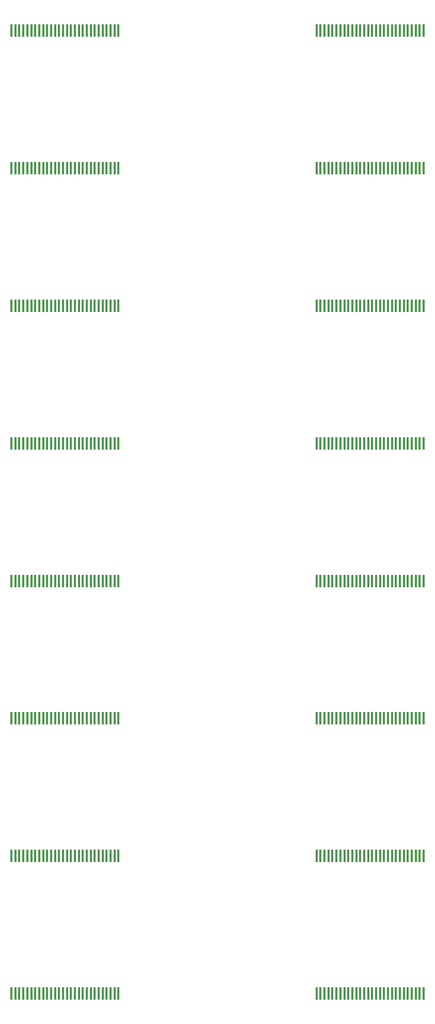
<source format=gbp>
G04 EAGLE Gerber RS-274X export*
G75*
%MOMM*%
%FSLAX34Y34*%
%LPD*%
%INSolderpaste Bottom*%
%IPPOS*%
%AMOC8*
5,1,8,0,0,1.08239X$1,22.5*%
G01*
%ADD10R,0.350000X2.000000*%


D10*
X335250Y97000D03*
X328750Y97000D03*
X322250Y97000D03*
X315750Y97000D03*
X309250Y97000D03*
X302750Y97000D03*
X296250Y97000D03*
X289750Y97000D03*
X283250Y97000D03*
X276750Y97000D03*
X270250Y97000D03*
X263750Y97000D03*
X257250Y97000D03*
X250750Y97000D03*
X244250Y97000D03*
X237750Y97000D03*
X231250Y97000D03*
X224750Y97000D03*
X218250Y97000D03*
X211750Y97000D03*
X205250Y97000D03*
X198750Y97000D03*
X192250Y97000D03*
X185750Y97000D03*
X179250Y97000D03*
X172750Y97000D03*
X166250Y97000D03*
X159750Y97000D03*
X835325Y97000D03*
X828825Y97000D03*
X822325Y97000D03*
X815825Y97000D03*
X809325Y97000D03*
X802825Y97000D03*
X796325Y97000D03*
X789825Y97000D03*
X783325Y97000D03*
X776825Y97000D03*
X770325Y97000D03*
X763825Y97000D03*
X757325Y97000D03*
X750825Y97000D03*
X744325Y97000D03*
X737825Y97000D03*
X731325Y97000D03*
X724825Y97000D03*
X718325Y97000D03*
X711825Y97000D03*
X705325Y97000D03*
X698825Y97000D03*
X692325Y97000D03*
X685825Y97000D03*
X679325Y97000D03*
X672825Y97000D03*
X666325Y97000D03*
X659825Y97000D03*
X335250Y322069D03*
X328750Y322069D03*
X322250Y322069D03*
X315750Y322069D03*
X309250Y322069D03*
X302750Y322069D03*
X296250Y322069D03*
X289750Y322069D03*
X283250Y322069D03*
X276750Y322069D03*
X270250Y322069D03*
X263750Y322069D03*
X257250Y322069D03*
X250750Y322069D03*
X244250Y322069D03*
X237750Y322069D03*
X231250Y322069D03*
X224750Y322069D03*
X218250Y322069D03*
X211750Y322069D03*
X205250Y322069D03*
X198750Y322069D03*
X192250Y322069D03*
X185750Y322069D03*
X179250Y322069D03*
X172750Y322069D03*
X166250Y322069D03*
X159750Y322069D03*
X835325Y322069D03*
X828825Y322069D03*
X822325Y322069D03*
X815825Y322069D03*
X809325Y322069D03*
X802825Y322069D03*
X796325Y322069D03*
X789825Y322069D03*
X783325Y322069D03*
X776825Y322069D03*
X770325Y322069D03*
X763825Y322069D03*
X757325Y322069D03*
X750825Y322069D03*
X744325Y322069D03*
X737825Y322069D03*
X731325Y322069D03*
X724825Y322069D03*
X718325Y322069D03*
X711825Y322069D03*
X705325Y322069D03*
X698825Y322069D03*
X692325Y322069D03*
X685825Y322069D03*
X679325Y322069D03*
X672825Y322069D03*
X666325Y322069D03*
X659825Y322069D03*
X335250Y547164D03*
X328750Y547164D03*
X322250Y547164D03*
X315750Y547164D03*
X309250Y547164D03*
X302750Y547164D03*
X296250Y547164D03*
X289750Y547164D03*
X283250Y547164D03*
X276750Y547164D03*
X270250Y547164D03*
X263750Y547164D03*
X257250Y547164D03*
X250750Y547164D03*
X244250Y547164D03*
X237750Y547164D03*
X231250Y547164D03*
X224750Y547164D03*
X218250Y547164D03*
X211750Y547164D03*
X205250Y547164D03*
X198750Y547164D03*
X192250Y547164D03*
X185750Y547164D03*
X179250Y547164D03*
X172750Y547164D03*
X166250Y547164D03*
X159750Y547164D03*
X835325Y547164D03*
X828825Y547164D03*
X822325Y547164D03*
X815825Y547164D03*
X809325Y547164D03*
X802825Y547164D03*
X796325Y547164D03*
X789825Y547164D03*
X783325Y547164D03*
X776825Y547164D03*
X770325Y547164D03*
X763825Y547164D03*
X757325Y547164D03*
X750825Y547164D03*
X744325Y547164D03*
X737825Y547164D03*
X731325Y547164D03*
X724825Y547164D03*
X718325Y547164D03*
X711825Y547164D03*
X705325Y547164D03*
X698825Y547164D03*
X692325Y547164D03*
X685825Y547164D03*
X679325Y547164D03*
X672825Y547164D03*
X666325Y547164D03*
X659825Y547164D03*
X335250Y772234D03*
X328750Y772234D03*
X322250Y772234D03*
X315750Y772234D03*
X309250Y772234D03*
X302750Y772234D03*
X296250Y772234D03*
X289750Y772234D03*
X283250Y772234D03*
X276750Y772234D03*
X270250Y772234D03*
X263750Y772234D03*
X257250Y772234D03*
X250750Y772234D03*
X244250Y772234D03*
X237750Y772234D03*
X231250Y772234D03*
X224750Y772234D03*
X218250Y772234D03*
X211750Y772234D03*
X205250Y772234D03*
X198750Y772234D03*
X192250Y772234D03*
X185750Y772234D03*
X179250Y772234D03*
X172750Y772234D03*
X166250Y772234D03*
X159750Y772234D03*
X835325Y772234D03*
X828825Y772234D03*
X822325Y772234D03*
X815825Y772234D03*
X809325Y772234D03*
X802825Y772234D03*
X796325Y772234D03*
X789825Y772234D03*
X783325Y772234D03*
X776825Y772234D03*
X770325Y772234D03*
X763825Y772234D03*
X757325Y772234D03*
X750825Y772234D03*
X744325Y772234D03*
X737825Y772234D03*
X731325Y772234D03*
X724825Y772234D03*
X718325Y772234D03*
X711825Y772234D03*
X705325Y772234D03*
X698825Y772234D03*
X692325Y772234D03*
X685825Y772234D03*
X679325Y772234D03*
X672825Y772234D03*
X666325Y772234D03*
X659825Y772234D03*
X335250Y997328D03*
X328750Y997328D03*
X322250Y997328D03*
X315750Y997328D03*
X309250Y997328D03*
X302750Y997328D03*
X296250Y997328D03*
X289750Y997328D03*
X283250Y997328D03*
X276750Y997328D03*
X270250Y997328D03*
X263750Y997328D03*
X257250Y997328D03*
X250750Y997328D03*
X244250Y997328D03*
X237750Y997328D03*
X231250Y997328D03*
X224750Y997328D03*
X218250Y997328D03*
X211750Y997328D03*
X205250Y997328D03*
X198750Y997328D03*
X192250Y997328D03*
X185750Y997328D03*
X179250Y997328D03*
X172750Y997328D03*
X166250Y997328D03*
X159750Y997328D03*
X835325Y997328D03*
X828825Y997328D03*
X822325Y997328D03*
X815825Y997328D03*
X809325Y997328D03*
X802825Y997328D03*
X796325Y997328D03*
X789825Y997328D03*
X783325Y997328D03*
X776825Y997328D03*
X770325Y997328D03*
X763825Y997328D03*
X757325Y997328D03*
X750825Y997328D03*
X744325Y997328D03*
X737825Y997328D03*
X731325Y997328D03*
X724825Y997328D03*
X718325Y997328D03*
X711825Y997328D03*
X705325Y997328D03*
X698825Y997328D03*
X692325Y997328D03*
X685825Y997328D03*
X679325Y997328D03*
X672825Y997328D03*
X666325Y997328D03*
X659825Y997328D03*
X335250Y1222398D03*
X328750Y1222398D03*
X322250Y1222398D03*
X315750Y1222398D03*
X309250Y1222398D03*
X302750Y1222398D03*
X296250Y1222398D03*
X289750Y1222398D03*
X283250Y1222398D03*
X276750Y1222398D03*
X270250Y1222398D03*
X263750Y1222398D03*
X257250Y1222398D03*
X250750Y1222398D03*
X244250Y1222398D03*
X237750Y1222398D03*
X231250Y1222398D03*
X224750Y1222398D03*
X218250Y1222398D03*
X211750Y1222398D03*
X205250Y1222398D03*
X198750Y1222398D03*
X192250Y1222398D03*
X185750Y1222398D03*
X179250Y1222398D03*
X172750Y1222398D03*
X166250Y1222398D03*
X159750Y1222398D03*
X835325Y1222398D03*
X828825Y1222398D03*
X822325Y1222398D03*
X815825Y1222398D03*
X809325Y1222398D03*
X802825Y1222398D03*
X796325Y1222398D03*
X789825Y1222398D03*
X783325Y1222398D03*
X776825Y1222398D03*
X770325Y1222398D03*
X763825Y1222398D03*
X757325Y1222398D03*
X750825Y1222398D03*
X744325Y1222398D03*
X737825Y1222398D03*
X731325Y1222398D03*
X724825Y1222398D03*
X718325Y1222398D03*
X711825Y1222398D03*
X705325Y1222398D03*
X698825Y1222398D03*
X692325Y1222398D03*
X685825Y1222398D03*
X679325Y1222398D03*
X672825Y1222398D03*
X666325Y1222398D03*
X659825Y1222398D03*
X335250Y1447493D03*
X328750Y1447493D03*
X322250Y1447493D03*
X315750Y1447493D03*
X309250Y1447493D03*
X302750Y1447493D03*
X296250Y1447493D03*
X289750Y1447493D03*
X283250Y1447493D03*
X276750Y1447493D03*
X270250Y1447493D03*
X263750Y1447493D03*
X257250Y1447493D03*
X250750Y1447493D03*
X244250Y1447493D03*
X237750Y1447493D03*
X231250Y1447493D03*
X224750Y1447493D03*
X218250Y1447493D03*
X211750Y1447493D03*
X205250Y1447493D03*
X198750Y1447493D03*
X192250Y1447493D03*
X185750Y1447493D03*
X179250Y1447493D03*
X172750Y1447493D03*
X166250Y1447493D03*
X159750Y1447493D03*
X835325Y1447493D03*
X828825Y1447493D03*
X822325Y1447493D03*
X815825Y1447493D03*
X809325Y1447493D03*
X802825Y1447493D03*
X796325Y1447493D03*
X789825Y1447493D03*
X783325Y1447493D03*
X776825Y1447493D03*
X770325Y1447493D03*
X763825Y1447493D03*
X757325Y1447493D03*
X750825Y1447493D03*
X744325Y1447493D03*
X737825Y1447493D03*
X731325Y1447493D03*
X724825Y1447493D03*
X718325Y1447493D03*
X711825Y1447493D03*
X705325Y1447493D03*
X698825Y1447493D03*
X692325Y1447493D03*
X685825Y1447493D03*
X679325Y1447493D03*
X672825Y1447493D03*
X666325Y1447493D03*
X659825Y1447493D03*
X335250Y1672562D03*
X328750Y1672562D03*
X322250Y1672562D03*
X315750Y1672562D03*
X309250Y1672562D03*
X302750Y1672562D03*
X296250Y1672562D03*
X289750Y1672562D03*
X283250Y1672562D03*
X276750Y1672562D03*
X270250Y1672562D03*
X263750Y1672562D03*
X257250Y1672562D03*
X250750Y1672562D03*
X244250Y1672562D03*
X237750Y1672562D03*
X231250Y1672562D03*
X224750Y1672562D03*
X218250Y1672562D03*
X211750Y1672562D03*
X205250Y1672562D03*
X198750Y1672562D03*
X192250Y1672562D03*
X185750Y1672562D03*
X179250Y1672562D03*
X172750Y1672562D03*
X166250Y1672562D03*
X159750Y1672562D03*
X835325Y1672562D03*
X828825Y1672562D03*
X822325Y1672562D03*
X815825Y1672562D03*
X809325Y1672562D03*
X802825Y1672562D03*
X796325Y1672562D03*
X789825Y1672562D03*
X783325Y1672562D03*
X776825Y1672562D03*
X770325Y1672562D03*
X763825Y1672562D03*
X757325Y1672562D03*
X750825Y1672562D03*
X744325Y1672562D03*
X737825Y1672562D03*
X731325Y1672562D03*
X724825Y1672562D03*
X718325Y1672562D03*
X711825Y1672562D03*
X705325Y1672562D03*
X698825Y1672562D03*
X692325Y1672562D03*
X685825Y1672562D03*
X679325Y1672562D03*
X672825Y1672562D03*
X666325Y1672562D03*
X659825Y1672562D03*
M02*

</source>
